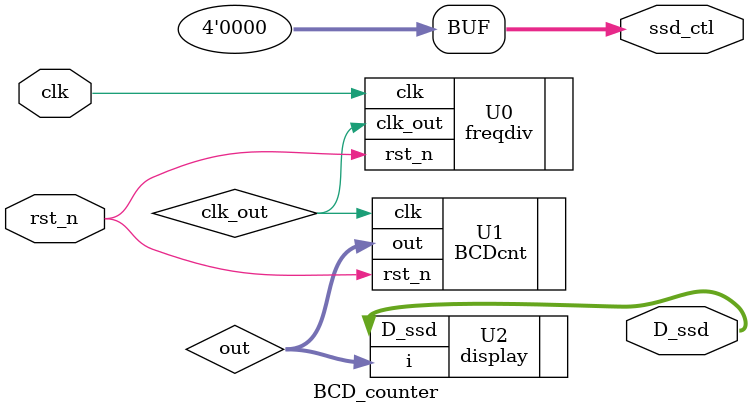
<source format=v>
`timescale 1ns / 1ps


module BCD_counter(
    input clk,
    input rst_n,
    output [7:0]D_ssd,
    output reg [3:0]ssd_ctl
    );
    wire clk_out;
    wire [3:0]out;
    always@*
    ssd_ctl = 4'b0000;
freqdiv U0(.clk(clk),.rst_n(rst_n),.clk_out(clk_out));
BCDcnt U1(.clk(clk_out),.rst_n(rst_n),.out(out));
display U2(.i(out),.D_ssd(D_ssd));
endmodule

</source>
